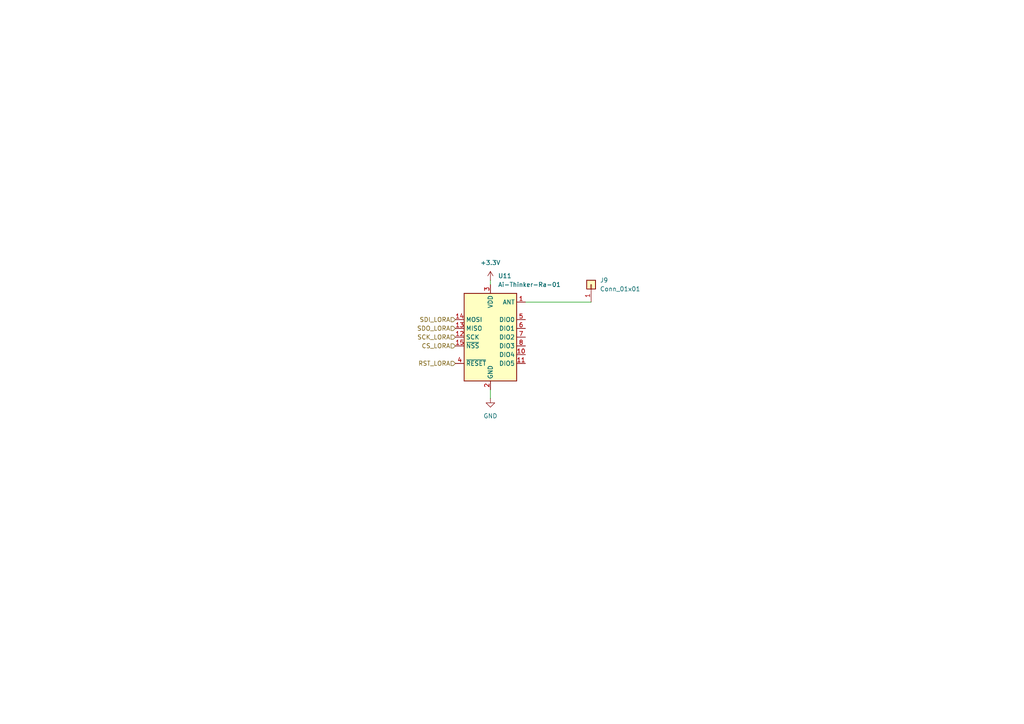
<source format=kicad_sch>
(kicad_sch (version 20231120) (generator "eeschema") (generator_version "8.0")
  (paper "A4")
  (lib_symbols
    (symbol "Connector_Generic:Conn_01x01" (pin_names (offset 1.016) hide)
      (property "Reference" "J" (at 0 2.54 0))
      (property "Value" "Conn_01x01" (at 0 -2.54 0))
      (symbol "Conn_01x01_1_1"
        (rectangle (start -1.27 0.127) (end 0 -0.127) (stroke (width 0.1524)))
        (rectangle (start -1.27 1.27) (end 1.27 -1.27) (stroke (width 0.254)) (fill (type background)))
        (pin passive line (at -5.08 0 0) (length 3.81) (name "Pin_1") (number "1"))
      )
    )
    (symbol "RF_Module:Ai-Thinker-Ra-01"
      (property "Reference" "U" (at 2.54 17.78 0))
      (property "Value" "Ai-Thinker-Ra-01" (at 13.97 -15.24 0))
      (symbol "Ai-Thinker-Ra-01_0_1"
        (rectangle (start -7.62 12.7) (end 7.62 -12.7) (stroke (width 0.254)) (fill (type background)))
      )
      (symbol "Ai-Thinker-Ra-01_1_1"
        (pin passive line (at 10.16 10.16 180) (length 2.54) (name "ANT") (number "1"))
        (pin bidirectional line (at 10.16 -5.08 180) (length 2.54) (name "DIO4") (number "10"))
        (pin bidirectional line (at 10.16 -7.62 180) (length 2.54) (name "DIO5") (number "11"))
        (pin input line (at -10.16 0 0) (length 2.54) (name "SCK") (number "12"))
        (pin output line (at -10.16 2.54 0) (length 2.54) (name "MISO") (number "13"))
        (pin input line (at -10.16 5.08 0) (length 2.54) (name "MOSI") (number "14"))
        (pin input line (at -10.16 -2.54 0) (length 2.54) (name "~{NSS}") (number "15"))
        (pin passive line (at 0 -15.24 90) (length 2.54) hide (name "GND") (number "16"))
        (pin power_in line (at 0 -15.24 90) (length 2.54) (name "GND") (number "2"))
        (pin power_in line (at 0 15.24 270) (length 2.54) (name "VDD") (number "3"))
        (pin input line (at -10.16 -7.62 0) (length 2.54) (name "~{RESET}") (number "4"))
        (pin bidirectional line (at 10.16 5.08 180) (length 2.54) (name "DIO0") (number "5"))
        (pin bidirectional line (at 10.16 2.54 180) (length 2.54) (name "DIO1") (number "6"))
        (pin bidirectional line (at 10.16 0 180) (length 2.54) (name "DIO2") (number "7"))
        (pin bidirectional line (at 10.16 -2.54 180) (length 2.54) (name "DIO3") (number "8"))
        (pin passive line (at 0 -15.24 90) (length 2.54) hide (name "GND") (number "9"))
      )
    )
    (symbol "power:+3.3V" (power) (pin_numbers hide) (pin_names (offset 0) hide)
      (property "Value" "+3.3V" (at 0 3.556 0))
      (symbol "+3.3V_0_1"
        (polyline (pts (xy -0.762 1.27) (xy 0 2.54)))
        (polyline (pts (xy 0 0) (xy 0 2.54)))
        (polyline (pts (xy 0 2.54) (xy 0.762 1.27)))
      )
      (symbol "+3.3V_1_1"
        (pin power_in line (at 0 0 90) (length 0) (name "~") (number "1"))
      )
    )
    (symbol "power:GND" (power) (pin_numbers hide) (pin_names (offset 0) hide)
      (property "Value" "GND" (at 0 -3.81 0))
      (symbol "GND_0_1"
        (polyline (pts (xy 0 0) (xy 0 -1.27) (xy 1.27 -1.27) (xy 0 -2.54) (xy -1.27 -1.27) (xy 0 -1.27)))
      )
      (symbol "GND_1_1"
        (pin power_in line (at 0 0 270) (length 0) (name "~") (number "1"))
      )
    )
  )
  (wire (pts (xy 142.24 113.03) (xy 142.24 115.57)))
  (wire (pts (xy 142.24 81.28) (xy 142.24 82.55)))
  (wire (pts (xy 171.45 87.63) (xy 152.4 87.63)))
  (hierarchical_label "SDO_LORA" (shape input) (at 132.08 95.25 180))
  (hierarchical_label "RST_LORA" (shape input) (at 132.08 105.41 180))
  (hierarchical_label "CS_LORA" (shape input) (at 132.08 100.33 180))
  (hierarchical_label "SCK_LORA" (shape input) (at 132.08 97.79 180))
  (hierarchical_label "SDI_LORA" (shape input) (at 132.08 92.71 180))
  (symbol (lib_id "power:+3.3V") (at 142.24 81.28 0) (unit 1)
    (property "Reference" "#PWR050" (effects (hide yes)))
    (property "Value" "+3.3V" (at 142.24 76.2 0))
    (property "Description" "Power symbol creates a global label with name \"+3.3V\"" (effects (hide yes)))
  )
  (symbol (lib_id "Connector_Generic:Conn_01x01") (at 171.45 82.55 90) (unit 1)
    (property "Reference" "J9" (at 173.99 81.2799 90) (effects (justify right)))
    (property "Value" "Conn_01x01" (at 173.99 83.8199 90) (effects (justify right)))
    (property "Footprint" "TestPoint:TestPoint_Keystone_5015_Micro-Minature" (effects (hide yes)))
    (property "Description" "Generic connector, single row, 01x01, script generated (kicad-library-utils/schlib/autogen/connector/)" (effects (hide yes)))
  )
  (symbol (lib_id "RF_Module:Ai-Thinker-Ra-01") (at 142.24 97.79 0) (unit 1)
    (property "Reference" "U11" (at 144.4341 80.01 0) (effects (justify left)))
    (property "Value" "Ai-Thinker-Ra-01" (at 144.4341 82.55 0) (effects (justify left)))
    (property "Footprint" "RF_Module:Ai-Thinker-Ra-01-LoRa" (effects (hide yes)))
    (property "Datasheet" "http://wiki.ai-thinker.com/_media/lora/docs/c047ps01a1_ra-01_product_specification_v1.1.pdf" (effects (hide yes)))
    (property "Description" "Ai-Thinker Ra-01 410-525 MHz LoRa Module, SPI interface, external antenna" (effects (hide yes)))
  )
  (symbol (lib_id "power:GND") (at 142.24 115.57 0) (unit 1)
    (property "Reference" "#PWR051" (effects (hide yes)))
    (property "Value" "GND" (at 142.24 120.65 0))
    (property "Description" "Power symbol creates a global label with name \"GND\" , ground" (effects (hide yes)))
  )
)
</source>
